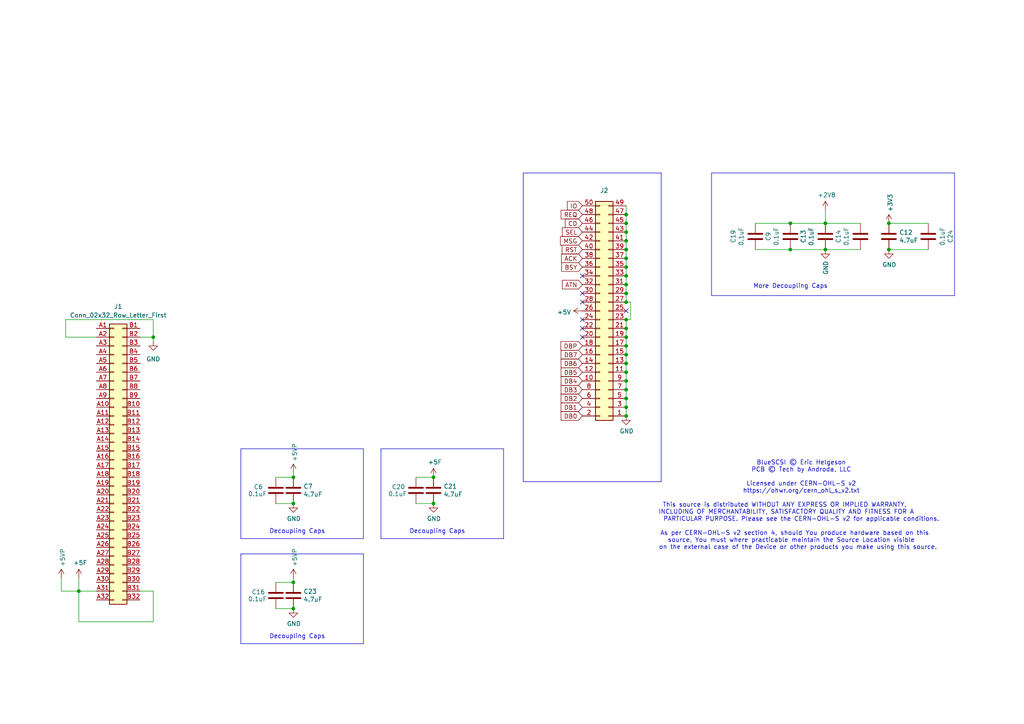
<source format=kicad_sch>
(kicad_sch (version 20231120) (generator "eeschema") (generator_version "8.0")
  (paper "A4")
  (title_block (title "4680-BlueSCSI V2") (date "2024-12-23") (rev "1.01") (company "Tech by Androda, LLC, SweProj.com"))
  (lib_symbols
    (symbol "Connector_Generic:Conn_02x25_Odd_Even" (pin_names (offset 1.016) hide)
      (property "Reference" "J" (at 1.27 33.02 0))
      (property "Value" "Conn_02x25_Odd_Even" (at 1.27 -33.02 0))
      (symbol "Conn_02x25_Odd_Even_1_1"
        (rectangle (start -1.27 -30.353) (end 0 -30.607) (stroke (width 0.1524)))
        (rectangle (start -1.27 -27.813) (end 0 -28.067) (stroke (width 0.1524)))
        (rectangle (start -1.27 -25.273) (end 0 -25.527) (stroke (width 0.1524)))
        (rectangle (start -1.27 -22.733) (end 0 -22.987) (stroke (width 0.1524)))
        (rectangle (start -1.27 -20.193) (end 0 -20.447) (stroke (width 0.1524)))
        (rectangle (start -1.27 -17.653) (end 0 -17.907) (stroke (width 0.1524)))
        (rectangle (start -1.27 -15.113) (end 0 -15.367) (stroke (width 0.1524)))
        (rectangle (start -1.27 -12.573) (end 0 -12.827) (stroke (width 0.1524)))
        (rectangle (start -1.27 -10.033) (end 0 -10.287) (stroke (width 0.1524)))
        (rectangle (start -1.27 -7.493) (end 0 -7.747) (stroke (width 0.1524)))
        (rectangle (start -1.27 -4.953) (end 0 -5.207) (stroke (width 0.1524)))
        (rectangle (start -1.27 -2.413) (end 0 -2.667) (stroke (width 0.1524)))
        (rectangle (start -1.27 0.127) (end 0 -0.127) (stroke (width 0.1524)))
        (rectangle (start -1.27 2.667) (end 0 2.413) (stroke (width 0.1524)))
        (rectangle (start -1.27 5.207) (end 0 4.953) (stroke (width 0.1524)))
        (rectangle (start -1.27 7.747) (end 0 7.493) (stroke (width 0.1524)))
        (rectangle (start -1.27 10.287) (end 0 10.033) (stroke (width 0.1524)))
        (rectangle (start -1.27 12.827) (end 0 12.573) (stroke (width 0.1524)))
        (rectangle (start -1.27 15.367) (end 0 15.113) (stroke (width 0.1524)))
        (rectangle (start -1.27 17.907) (end 0 17.653) (stroke (width 0.1524)))
        (rectangle (start -1.27 20.447) (end 0 20.193) (stroke (width 0.1524)))
        (rectangle (start -1.27 22.987) (end 0 22.733) (stroke (width 0.1524)))
        (rectangle (start -1.27 25.527) (end 0 25.273) (stroke (width 0.1524)))
        (rectangle (start -1.27 28.067) (end 0 27.813) (stroke (width 0.1524)))
        (rectangle (start -1.27 30.607) (end 0 30.353) (stroke (width 0.1524)))
        (rectangle (start -1.27 31.75) (end 3.81 -31.75) (stroke (width 0.254)) (fill (type background)))
        (rectangle (start 3.81 -30.353) (end 2.54 -30.607) (stroke (width 0.1524)))
        (rectangle (start 3.81 -27.813) (end 2.54 -28.067) (stroke (width 0.1524)))
        (rectangle (start 3.81 -25.273) (end 2.54 -25.527) (stroke (width 0.1524)))
        (rectangle (start 3.81 -22.733) (end 2.54 -22.987) (stroke (width 0.1524)))
        (rectangle (start 3.81 -20.193) (end 2.54 -20.447) (stroke (width 0.1524)))
        (rectangle (start 3.81 -17.653) (end 2.54 -17.907) (stroke (width 0.1524)))
        (rectangle (start 3.81 -15.113) (end 2.54 -15.367) (stroke (width 0.1524)))
        (rectangle (start 3.81 -12.573) (end 2.54 -12.827) (stroke (width 0.1524)))
        (rectangle (start 3.81 -10.033) (end 2.54 -10.287) (stroke (width 0.1524)))
        (rectangle (start 3.81 -7.493) (end 2.54 -7.747) (stroke (width 0.1524)))
        (rectangle (start 3.81 -4.953) (end 2.54 -5.207) (stroke (width 0.1524)))
        (rectangle (start 3.81 -2.413) (end 2.54 -2.667) (stroke (width 0.1524)))
        (rectangle (start 3.81 0.127) (end 2.54 -0.127) (stroke (width 0.1524)))
        (rectangle (start 3.81 2.667) (end 2.54 2.413) (stroke (width 0.1524)))
        (rectangle (start 3.81 5.207) (end 2.54 4.953) (stroke (width 0.1524)))
        (rectangle (start 3.81 7.747) (end 2.54 7.493) (stroke (width 0.1524)))
        (rectangle (start 3.81 10.287) (end 2.54 10.033) (stroke (width 0.1524)))
        (rectangle (start 3.81 12.827) (end 2.54 12.573) (stroke (width 0.1524)))
        (rectangle (start 3.81 15.367) (end 2.54 15.113) (stroke (width 0.1524)))
        (rectangle (start 3.81 17.907) (end 2.54 17.653) (stroke (width 0.1524)))
        (rectangle (start 3.81 20.447) (end 2.54 20.193) (stroke (width 0.1524)))
        (rectangle (start 3.81 22.987) (end 2.54 22.733) (stroke (width 0.1524)))
        (rectangle (start 3.81 25.527) (end 2.54 25.273) (stroke (width 0.1524)))
        (rectangle (start 3.81 28.067) (end 2.54 27.813) (stroke (width 0.1524)))
        (rectangle (start 3.81 30.607) (end 2.54 30.353) (stroke (width 0.1524)))
        (pin passive line (at -5.08 30.48 0) (length 3.81) (name "Pin_1") (number "1"))
        (pin passive line (at 7.62 20.32 180) (length 3.81) (name "Pin_10") (number "10"))
        (pin passive line (at -5.08 17.78 0) (length 3.81) (name "Pin_11") (number "11"))
        (pin passive line (at 7.62 17.78 180) (length 3.81) (name "Pin_12") (number "12"))
        (pin passive line (at -5.08 15.24 0) (length 3.81) (name "Pin_13") (number "13"))
        (pin passive line (at 7.62 15.24 180) (length 3.81) (name "Pin_14") (number "14"))
        (pin passive line (at -5.08 12.7 0) (length 3.81) (name "Pin_15") (number "15"))
        (pin passive line (at 7.62 12.7 180) (length 3.81) (name "Pin_16") (number "16"))
        (pin passive line (at -5.08 10.16 0) (length 3.81) (name "Pin_17") (number "17"))
        (pin passive line (at 7.62 10.16 180) (length 3.81) (name "Pin_18") (number "18"))
        (pin passive line (at -5.08 7.62 0) (length 3.81) (name "Pin_19") (number "19"))
        (pin passive line (at 7.62 30.48 180) (length 3.81) (name "Pin_2") (number "2"))
        (pin passive line (at 7.62 7.62 180) (length 3.81) (name "Pin_20") (number "20"))
        (pin passive line (at -5.08 5.08 0) (length 3.81) (name "Pin_21") (number "21"))
        (pin passive line (at 7.62 5.08 180) (length 3.81) (name "Pin_22") (number "22"))
        (pin passive line (at -5.08 2.54 0) (length 3.81) (name "Pin_23") (number "23"))
        (pin passive line (at 7.62 2.54 180) (length 3.81) (name "Pin_24") (number "24"))
        (pin passive line (at -5.08 0 0) (length 3.81) (name "Pin_25") (number "25"))
        (pin passive line (at 7.62 0 180) (length 3.81) (name "Pin_26") (number "26"))
        (pin passive line (at -5.08 -2.54 0) (length 3.81) (name "Pin_27") (number "27"))
        (pin passive line (at 7.62 -2.54 180) (length 3.81) (name "Pin_28") (number "28"))
        (pin passive line (at -5.08 -5.08 0) (length 3.81) (name "Pin_29") (number "29"))
        (pin passive line (at -5.08 27.94 0) (length 3.81) (name "Pin_3") (number "3"))
        (pin passive line (at 7.62 -5.08 180) (length 3.81) (name "Pin_30") (number "30"))
        (pin passive line (at -5.08 -7.62 0) (length 3.81) (name "Pin_31") (number "31"))
        (pin passive line (at 7.62 -7.62 180) (length 3.81) (name "Pin_32") (number "32"))
        (pin passive line (at -5.08 -10.16 0) (length 3.81) (name "Pin_33") (number "33"))
        (pin passive line (at 7.62 -10.16 180) (length 3.81) (name "Pin_34") (number "34"))
        (pin passive line (at -5.08 -12.7 0) (length 3.81) (name "Pin_35") (number "35"))
        (pin passive line (at 7.62 -12.7 180) (length 3.81) (name "Pin_36") (number "36"))
        (pin passive line (at -5.08 -15.24 0) (length 3.81) (name "Pin_37") (number "37"))
        (pin passive line (at 7.62 -15.24 180) (length 3.81) (name "Pin_38") (number "38"))
        (pin passive line (at -5.08 -17.78 0) (length 3.81) (name "Pin_39") (number "39"))
        (pin passive line (at 7.62 27.94 180) (length 3.81) (name "Pin_4") (number "4"))
        (pin passive line (at 7.62 -17.78 180) (length 3.81) (name "Pin_40") (number "40"))
        (pin passive line (at -5.08 -20.32 0) (length 3.81) (name "Pin_41") (number "41"))
        (pin passive line (at 7.62 -20.32 180) (length 3.81) (name "Pin_42") (number "42"))
        (pin passive line (at -5.08 -22.86 0) (length 3.81) (name "Pin_43") (number "43"))
        (pin passive line (at 7.62 -22.86 180) (length 3.81) (name "Pin_44") (number "44"))
        (pin passive line (at -5.08 -25.4 0) (length 3.81) (name "Pin_45") (number "45"))
        (pin passive line (at 7.62 -25.4 180) (length 3.81) (name "Pin_46") (number "46"))
        (pin passive line (at -5.08 -27.94 0) (length 3.81) (name "Pin_47") (number "47"))
        (pin passive line (at 7.62 -27.94 180) (length 3.81) (name "Pin_48") (number "48"))
        (pin passive line (at -5.08 -30.48 0) (length 3.81) (name "Pin_49") (number "49"))
        (pin passive line (at -5.08 25.4 0) (length 3.81) (name "Pin_5") (number "5"))
        (pin passive line (at 7.62 -30.48 180) (length 3.81) (name "Pin_50") (number "50"))
        (pin passive line (at 7.62 25.4 180) (length 3.81) (name "Pin_6") (number "6"))
        (pin passive line (at -5.08 22.86 0) (length 3.81) (name "Pin_7") (number "7"))
        (pin passive line (at 7.62 22.86 180) (length 3.81) (name "Pin_8") (number "8"))
        (pin passive line (at -5.08 20.32 0) (length 3.81) (name "Pin_9") (number "9"))
      )
    )
    (symbol "Connector_Generic:Conn_02x32_Row_Letter_First" (pin_names (offset 1.016) hide)
      (property "Reference" "J1" (at 1.27 44.45 0))
      (property "Value" "Conn_02x32_Row_Letter_First" (at 1.27 41.91 0))
      (symbol "Conn_02x32_Row_Letter_First_1_1"
        (rectangle (start -1.27 -40.513) (end 0 -40.767) (stroke (width 0.1524)))
        (rectangle (start -1.27 -37.973) (end 0 -38.227) (stroke (width 0.1524)))
        (rectangle (start -1.27 -35.433) (end 0 -35.687) (stroke (width 0.1524)))
        (rectangle (start -1.27 -32.893) (end 0 -33.147) (stroke (width 0.1524)))
        (rectangle (start -1.27 -30.353) (end 0 -30.607) (stroke (width 0.1524)))
        (rectangle (start -1.27 -27.813) (end 0 -28.067) (stroke (width 0.1524)))
        (rectangle (start -1.27 -25.273) (end 0 -25.527) (stroke (width 0.1524)))
        (rectangle (start -1.27 -22.733) (end 0 -22.987) (stroke (width 0.1524)))
        (rectangle (start -1.27 -20.193) (end 0 -20.447) (stroke (width 0.1524)))
        (rectangle (start -1.27 -17.653) (end 0 -17.907) (stroke (width 0.1524)))
        (rectangle (start -1.27 -15.113) (end 0 -15.367) (stroke (width 0.1524)))
        (rectangle (start -1.27 -12.573) (end 0 -12.827) (stroke (width 0.1524)))
        (rectangle (start -1.27 -10.033) (end 0 -10.287) (stroke (width 0.1524)))
        (rectangle (start -1.27 -7.493) (end 0 -7.747) (stroke (width 0.1524)))
        (rectangle (start -1.27 -4.953) (end 0 -5.207) (stroke (width 0.1524)))
        (rectangle (start -1.27 -2.413) (end 0 -2.667) (stroke (width 0.1524)))
        (rectangle (start -1.27 0.127) (end 0 -0.127) (stroke (width 0.1524)))
        (rectangle (start -1.27 2.667) (end 0 2.413) (stroke (width 0.1524)))
        (rectangle (start -1.27 5.207) (end 0 4.953) (stroke (width 0.1524)))
        (rectangle (start -1.27 7.747) (end 0 7.493) (stroke (width 0.1524)))
        (rectangle (start -1.27 10.287) (end 0 10.033) (stroke (width 0.1524)))
        (rectangle (start -1.27 12.827) (end 0 12.573) (stroke (width 0.1524)))
        (rectangle (start -1.27 15.367) (end 0 15.113) (stroke (width 0.1524)))
        (rectangle (start -1.27 17.907) (end 0 17.653) (stroke (width 0.1524)))
        (rectangle (start -1.27 20.447) (end 0 20.193) (stroke (width 0.1524)))
        (rectangle (start -1.27 22.987) (end 0 22.733) (stroke (width 0.1524)))
        (rectangle (start -1.27 25.527) (end 0 25.273) (stroke (width 0.1524)))
        (rectangle (start -1.27 28.067) (end 0 27.813) (stroke (width 0.1524)))
        (rectangle (start -1.27 30.607) (end 0 30.353) (stroke (width 0.1524)))
        (rectangle (start -1.27 33.147) (end 0 32.893) (stroke (width 0.1524)))
        (rectangle (start -1.27 35.687) (end 0 35.433) (stroke (width 0.1524)))
        (rectangle (start -1.27 38.227) (end 0 37.973) (stroke (width 0.1524)))
        (rectangle (start -1.27 39.37) (end 3.81 -41.91) (stroke (width 0.254)) (fill (type background)))
        (rectangle (start 3.81 -40.513) (end 2.54 -40.767) (stroke (width 0.1524)))
        (rectangle (start 3.81 -37.973) (end 2.54 -38.227) (stroke (width 0.1524)))
        (rectangle (start 3.81 -35.433) (end 2.54 -35.687) (stroke (width 0.1524)))
        (rectangle (start 3.81 -32.893) (end 2.54 -33.147) (stroke (width 0.1524)))
        (rectangle (start 3.81 -30.353) (end 2.54 -30.607) (stroke (width 0.1524)))
        (rectangle (start 3.81 -27.813) (end 2.54 -28.067) (stroke (width 0.1524)))
        (rectangle (start 3.81 -25.273) (end 2.54 -25.527) (stroke (width 0.1524)))
        (rectangle (start 3.81 -22.733) (end 2.54 -22.987) (stroke (width 0.1524)))
        (rectangle (start 3.81 -20.193) (end 2.54 -20.447) (stroke (width 0.1524)))
        (rectangle (start 3.81 -17.653) (end 2.54 -17.907) (stroke (width 0.1524)))
        (rectangle (start 3.81 -15.113) (end 2.54 -15.367) (stroke (width 0.1524)))
        (rectangle (start 3.81 -12.573) (end 2.54 -12.827) (stroke (width 0.1524)))
        (rectangle (start 3.81 -10.033) (end 2.54 -10.287) (stroke (width 0.1524)))
        (rectangle (start 3.81 -7.493) (end 2.54 -7.747) (stroke (width 0.1524)))
        (rectangle (start 3.81 -4.953) (end 2.54 -5.207) (stroke (width 0.1524)))
        (rectangle (start 3.81 -2.413) (end 2.54 -2.667) (stroke (width 0.1524)))
        (rectangle (start 3.81 0.127) (end 2.54 -0.127) (stroke (width 0.1524)))
        (rectangle (start 3.81 2.667) (end 2.54 2.413) (stroke (width 0.1524)))
        (rectangle (start 3.81 5.207) (end 2.54 4.953) (stroke (width 0.1524)))
        (rectangle (start 3.81 7.747) (end 2.54 7.493) (stroke (width 0.1524)))
        (rectangle (start 3.81 10.287) (end 2.54 10.033) (stroke (width 0.1524)))
        (rectangle (start 3.81 12.827) (end 2.54 12.573) (stroke (width 0.1524)))
        (rectangle (start 3.81 15.367) (end 2.54 15.113) (stroke (width 0.1524)))
        (rectangle (start 3.81 17.907) (end 2.54 17.653) (stroke (width 0.1524)))
        (rectangle (start 3.81 20.447) (end 2.54 20.193) (stroke (width 0.1524)))
        (rectangle (start 3.81 22.987) (end 2.54 22.733) (stroke (width 0.1524)))
        (rectangle (start 3.81 25.527) (end 2.54 25.273) (stroke (width 0.1524)))
        (rectangle (start 3.81 28.067) (end 2.54 27.813) (stroke (width 0.1524)))
        (rectangle (start 3.81 30.607) (end 2.54 30.353) (stroke (width 0.1524)))
        (rectangle (start 3.81 33.147) (end 2.54 32.893) (stroke (width 0.1524)))
        (rectangle (start 3.81 35.687) (end 2.54 35.433) (stroke (width 0.1524)))
        (rectangle (start 3.81 38.227) (end 2.54 37.973) (stroke (width 0.1524)))
        (pin passive line (at -5.08 38.1 0) (length 3.81) (name "Pin_a1") (number "A1"))
        (pin passive line (at -5.08 15.24 0) (length 3.81) (name "Pin_a10") (number "A10"))
        (pin passive line (at -5.08 12.7 0) (length 3.81) (name "Pin_a11") (number "A11"))
        (pin passive line (at -5.08 10.16 0) (length 3.81) (name "Pin_a12") (number "A12"))
        (pin passive line (at -5.08 7.62 0) (length 3.81) (name "Pin_a13") (number "A13"))
        (pin passive line (at -5.08 5.08 0) (length 3.81) (name "Pin_a14") (number "A14"))
        (pin passive line (at -5.08 2.54 0) (length 3.81) (name "Pin_a15") (number "A15"))
        (pin passive line (at -5.08 0 0) (length 3.81) (name "Pin_a16") (number "A16"))
        (pin passive line (at -5.08 -2.54 0) (length 3.81) (name "Pin_a17") (number "A17"))
        (pin passive line (at -5.08 -5.08 0) (length 3.81) (name "Pin_a18") (number "A18"))
        (pin passive line (at -5.08 -7.62 0) (length 3.81) (name "Pin_a19") (number "A19"))
        (pin passive line (at -5.08 35.56 0) (length 3.81) (name "Pin_a2") (number "A2"))
        (pin passive line (at -5.08 -10.16 0) (length 3.81) (name "Pin_a20") (number "A20"))
        (pin passive line (at -5.08 -12.7 0) (length 3.81) (name "Pin_a21") (number "A21"))
        (pin passive line (at -5.08 -15.24 0) (length 3.81) (name "Pin_a22") (number "A22"))
        (pin passive line (at -5.08 -17.78 0) (length 3.81) (name "Pin_a23") (number "A23"))
        (pin passive line (at -5.08 -20.32 0) (length 3.81) (name "Pin_a24") (number "A24"))
        (pin passive line (at -5.08 -22.86 0) (length 3.81) (name "Pin_a25") (number "A25"))
        (pin passive line (at -5.08 -25.4 0) (length 3.81) (name "Pin_a26") (number "A26"))
        (pin passive line (at -5.08 -27.94 0) (length 3.81) (name "Pin_a27") (number "A27"))
        (pin passive line (at -5.08 -30.48 0) (length 3.81) (name "Pin_a28") (number "A28"))
        (pin passive line (at -5.08 -33.02 0) (length 3.81) (name "Pin_a29") (number "A29"))
        (pin passive line (at -5.08 33.02 0) (length 3.81) (name "Pin_a3") (number "A3"))
        (pin passive line (at -5.08 -35.56 0) (length 3.81) (name "Pin_a30") (number "A30"))
        (pin passive line (at -5.08 -38.1 0) (length 3.81) (name "Pin_a31") (number "A31"))
        (pin passive line (at -5.08 -40.64 0) (length 3.81) (name "Pin_a32") (number "A32"))
        (pin passive line (at -5.08 30.48 0) (length 3.81) (name "Pin_a4") (number "A4"))
        (pin passive line (at -5.08 27.94 0) (length 3.81) (name "Pin_a5") (number "A5"))
        (pin passive line (at -5.08 25.4 0) (length 3.81) (name "Pin_a6") (number "A6"))
        (pin passive line (at -5.08 22.86 0) (length 3.81) (name "Pin_a7") (number "A7"))
        (pin passive line (at -5.08 20.32 0) (length 3.81) (name "Pin_a8") (number "A8"))
        (pin passive line (at -5.08 17.78 0) (length 3.81) (name "Pin_a9") (number "A9"))
        (pin passive line (at 7.62 38.1 180) (length 3.81) (name "Pin_b1") (number "B1"))
        (pin passive line (at 7.62 15.24 180) (length 3.81) (name "Pin_b10") (number "B10"))
        (pin passive line (at 7.62 12.7 180) (length 3.81) (name "Pin_b11") (number "B11"))
        (pin passive line (at 7.62 10.16 180) (length 3.81) (name "Pin_b12") (number "B12"))
        (pin passive line (at 7.62 7.62 180) (length 3.81) (name "Pin_b13") (number "B13"))
        (pin passive line (at 7.62 5.08 180) (length 3.81) (name "Pin_b14") (number "B14"))
        (pin passive line (at 7.62 2.54 180) (length 3.81) (name "Pin_b15") (number "B15"))
        (pin passive line (at 7.62 0 180) (length 3.81) (name "Pin_b16") (number "B16"))
        (pin passive line (at 7.62 -2.54 180) (length 3.81) (name "Pin_b17") (number "B17"))
        (pin passive line (at 7.62 -5.08 180) (length 3.81) (name "Pin_b18") (number "B18"))
        (pin passive line (at 7.62 -7.62 180) (length 3.81) (name "Pin_b19") (number "B19"))
        (pin passive line (at 7.62 35.56 180) (length 3.81) (name "Pin_b2") (number "B2"))
        (pin passive line (at 7.62 -10.16 180) (length 3.81) (name "Pin_b20") (number "B20"))
        (pin passive line (at 7.62 -12.7 180) (length 3.81) (name "Pin_b21") (number "B21"))
        (pin passive line (at 7.62 -15.24 180) (length 3.81) (name "Pin_b22") (number "B22"))
        (pin passive line (at 7.62 -17.78 180) (length 3.81) (name "Pin_b23") (number "B23"))
        (pin passive line (at 7.62 -20.32 180) (length 3.81) (name "Pin_b24") (number "B24"))
        (pin passive line (at 7.62 -22.86 180) (length 3.81) (name "Pin_b25") (number "B25"))
        (pin passive line (at 7.62 -25.4 180) (length 3.81) (name "Pin_b26") (number "B26"))
        (pin passive line (at 7.62 -27.94 180) (length 3.81) (name "Pin_b27") (number "B27"))
        (pin passive line (at 7.62 -30.48 180) (length 3.81) (name "Pin_b28") (number "B28"))
        (pin passive line (at 7.62 -33.02 180) (length 3.81) (name "Pin_b29") (number "B29"))
        (pin passive line (at 7.62 33.02 180) (length 3.81) (name "Pin_b3") (number "B3"))
        (pin passive line (at 7.62 -35.56 180) (length 3.81) (name "Pin_b30") (number "B30"))
        (pin passive line (at 7.62 -38.1 180) (length 3.81) (name "Pin_b31") (number "B31"))
        (pin passive line (at 7.62 -40.64 180) (length 3.81) (name "Pin_b32") (number "B32"))
        (pin passive line (at 7.62 30.48 180) (length 3.81) (name "Pin_b4") (number "B4"))
        (pin passive line (at 7.62 27.94 180) (length 3.81) (name "Pin_b5") (number "B5"))
        (pin passive line (at 7.62 25.4 180) (length 3.81) (name "Pin_b6") (number "B6"))
        (pin passive line (at 7.62 22.86 180) (length 3.81) (name "Pin_b7") (number "B7"))
        (pin passive line (at 7.62 20.32 180) (length 3.81) (name "Pin_b8") (number "B8"))
        (pin passive line (at 7.62 17.78 180) (length 3.81) (name "Pin_b9") (number "B9"))
      )
    )
    (symbol "Device:C" (pin_numbers hide) (pin_names (offset 0.254))
      (property "Reference" "C" (at 0.635 2.54 0))
      (property "Value" "C" (at 0.635 -2.54 0))
      (symbol "C_0_1"
        (polyline (pts (xy -2.032 -0.762) (xy 2.032 -0.762)) (stroke (width 0.508)))
        (polyline (pts (xy -2.032 0.762) (xy 2.032 0.762)) (stroke (width 0.508)))
      )
      (symbol "C_1_1"
        (pin passive line (at 0 3.81 270) (length 2.794) (name "~") (number "1"))
        (pin passive line (at 0 -3.81 90) (length 2.794) (name "~") (number "2"))
      )
    )
    (symbol "GND_1" (power) (pin_numbers hide) (pin_names (offset 0) hide)
      (property "Value" "GND" (at 0 -3.81 0))
      (symbol "GND_1_0_1"
        (polyline (pts (xy 0 0) (xy 0 -1.27) (xy 1.27 -1.27) (xy 0 -2.54) (xy -1.27 -1.27) (xy 0 -1.27)))
      )
      (symbol "GND_1_1_1"
        (pin power_in line (at 0 0 270) (length 0) (name "~") (number "1"))
      )
    )
    (symbol "custom_symbols:+5V_TPWR" (power) (pin_names (offset 0))
      (property "Value" "custom_symbols_+5V_TPWR" (at 0 3.556 0))
      (symbol "+5V_TPWR_0_1"
        (polyline (pts (xy -0.762 1.27) (xy 0 2.54)))
        (polyline (pts (xy 0 0) (xy 0 2.54)))
        (polyline (pts (xy 0 2.54) (xy 0.762 1.27)))
      )
      (symbol "+5V_TPWR_1_1"
        (pin power_in line (at 0 0 90) (length 0) hide (name "+5V") (number "1"))
      )
    )
    (symbol "power:+2V8" (power) (pin_names (offset 0))
      (property "Value" "+2V8" (at 0 3.556 0))
      (symbol "+2V8_0_1"
        (polyline (pts (xy -0.762 1.27) (xy 0 2.54)))
        (polyline (pts (xy 0 0) (xy 0 2.54)))
        (polyline (pts (xy 0 2.54) (xy 0.762 1.27)))
      )
      (symbol "+2V8_1_1"
        (pin power_in line (at 0 0 90) (length 0) hide (name "+2V8") (number "1"))
      )
    )
    (symbol "power:+3V3" (power) (pin_names (offset 0))
      (property "Value" "+3V3" (at 0 3.556 0))
      (symbol "+3V3_0_1"
        (polyline (pts (xy -0.762 1.27) (xy 0 2.54)))
        (polyline (pts (xy 0 0) (xy 0 2.54)))
        (polyline (pts (xy 0 2.54) (xy 0.762 1.27)))
      )
      (symbol "+3V3_1_1"
        (pin power_in line (at 0 0 90) (length 0) hide (name "+3V3") (number "1"))
      )
    )
    (symbol "power:+5F" (power) (pin_names (offset 0))
      (property "Value" "+5F" (at 0 3.556 0))
      (symbol "+5F_0_1"
        (polyline (pts (xy -0.762 1.27) (xy 0 2.54)))
        (polyline (pts (xy 0 0) (xy 0 2.54)))
        (polyline (pts (xy 0 2.54) (xy 0.762 1.27)))
      )
      (symbol "+5F_1_1"
        (pin power_in line (at 0 0 90) (length 0) hide (name "+5F") (number "1"))
      )
    )
    (symbol "power:+5VP" (power) (pin_names (offset 0))
      (property "Value" "+5VP" (at 0 3.556 0))
      (symbol "+5VP_0_1"
        (polyline (pts (xy -0.762 1.27) (xy 0 2.54)))
        (polyline (pts (xy 0 0) (xy 0 2.54)))
        (polyline (pts (xy 0 2.54) (xy 0.762 1.27)))
      )
      (symbol "+5VP_1_1"
        (pin power_in line (at 0 0 90) (length 0) hide (name "+5VP") (number "1"))
      )
    )
    (symbol "power:GND" (power) (pin_names (offset 0))
      (property "Value" "GND" (at 0 -3.81 0))
      (symbol "GND_0_1"
        (polyline (pts (xy 0 0) (xy 0 -1.27) (xy 1.27 -1.27) (xy 0 -2.54) (xy -1.27 -1.27) (xy 0 -1.27)))
      )
      (symbol "GND_1_1"
        (pin power_in line (at 0 0 270) (length 0) hide (name "GND") (number "1"))
      )
    )
  )
  (junction (at 181.61 67.31))
  (junction (at 181.61 69.85))
  (junction (at 22.86 171.45))
  (junction (at 181.61 72.39))
  (junction (at 181.61 118.11))
  (junction (at 181.61 95.25))
  (junction (at 239.395 72.39))
  (junction (at 181.61 110.49))
  (junction (at 125.73 146.05))
  (junction (at 85.09 168.91))
  (junction (at 181.61 77.47))
  (junction (at 181.61 113.03))
  (junction (at 181.61 80.01))
  (junction (at 181.61 107.95))
  (junction (at 239.395 64.77))
  (junction (at 181.61 87.63))
  (junction (at 181.61 102.87))
  (junction (at 181.61 120.65))
  (junction (at 85.09 176.53))
  (junction (at 181.61 97.79))
  (junction (at 181.61 100.33))
  (junction (at 181.61 115.57))
  (junction (at 181.61 62.23))
  (junction (at 229.235 72.39))
  (junction (at 125.73 138.43))
  (junction (at 181.61 82.55))
  (junction (at 181.61 74.93))
  (junction (at 257.81 72.39))
  (junction (at 181.61 92.71))
  (junction (at 181.61 64.77))
  (junction (at 85.09 138.43))
  (junction (at 181.61 85.09))
  (junction (at 229.235 64.77))
  (junction (at 85.09 146.05))
  (junction (at 44.45 97.79))
  (junction (at 181.61 105.41))
  (junction (at 257.81 64.77))
  (no_connect (at 181.61 90.17))
  (no_connect (at 168.91 80.01))
  (no_connect (at 168.91 87.63))
  (no_connect (at 168.91 95.25))
  (no_connect (at 168.91 92.71))
  (no_connect (at 168.91 97.79))
  (no_connect (at 168.91 85.09))
  (wire (pts (xy 239.395 72.39) (xy 249.555 72.39)))
  (polyline (pts (xy 111.125 130.175) (xy 110.49 130.175)))
  (polyline (pts (xy 69.85 130.81) (xy 69.85 156.21)))
  (wire (pts (xy 182.88 87.63) (xy 181.61 87.63)))
  (polyline (pts (xy 70.485 160.655) (xy 105.41 160.655)))
  (wire (pts (xy 181.61 107.95) (xy 181.61 105.41)))
  (wire (pts (xy 181.61 80.01) (xy 181.61 77.47)))
  (wire (pts (xy 219.075 72.39) (xy 229.235 72.39)))
  (wire (pts (xy 181.61 62.23) (xy 181.61 59.69)))
  (wire (pts (xy 239.395 64.77) (xy 249.555 64.77)))
  (wire (pts (xy 181.61 110.49) (xy 181.61 107.95)))
  (polyline (pts (xy 110.49 130.175) (xy 110.49 130.81)))
  (wire (pts (xy 85.09 167.64) (xy 85.09 168.91)))
  (polyline (pts (xy 191.77 50.165) (xy 151.765 50.165)))
  (wire (pts (xy 17.78 171.45) (xy 22.86 171.45)))
  (polyline (pts (xy 70.485 130.175) (xy 69.85 130.175)))
  (wire (pts (xy 27.94 171.45) (xy 22.86 171.45)))
  (wire (pts (xy 239.395 60.96) (xy 239.395 64.77)))
  (wire (pts (xy 44.45 97.79) (xy 40.64 97.79)))
  (wire (pts (xy 182.88 92.71) (xy 182.88 87.63)))
  (polyline (pts (xy 111.125 130.175) (xy 146.05 130.175)))
  (wire (pts (xy 229.235 72.39) (xy 239.395 72.39)))
  (polyline (pts (xy 105.41 186.69) (xy 105.41 160.655)))
  (wire (pts (xy 85.09 137.16) (xy 85.09 138.43)))
  (wire (pts (xy 181.61 82.55) (xy 181.61 80.01)))
  (wire (pts (xy 181.61 87.63) (xy 181.61 85.09)))
  (polyline (pts (xy 69.85 160.655) (xy 69.85 161.29)))
  (wire (pts (xy 181.61 72.39) (xy 181.61 69.85)))
  (wire (pts (xy 219.075 64.77) (xy 229.235 64.77)))
  (polyline (pts (xy 105.41 156.21) (xy 105.41 130.175)))
  (wire (pts (xy 44.45 180.34) (xy 44.45 171.45)))
  (wire (pts (xy 257.81 72.39) (xy 269.24 72.39)))
  (wire (pts (xy 229.235 64.77) (xy 239.395 64.77)))
  (polyline (pts (xy 69.85 156.21) (xy 105.41 156.21)))
  (wire (pts (xy 80.01 168.91) (xy 85.09 168.91)))
  (wire (pts (xy 22.86 171.45) (xy 22.86 180.34)))
  (wire (pts (xy 181.61 113.03) (xy 181.61 110.49)))
  (wire (pts (xy 181.61 118.11) (xy 181.61 115.57)))
  (wire (pts (xy 181.61 95.25) (xy 181.61 92.71)))
  (polyline (pts (xy 276.86 50.165) (xy 276.86 85.725)))
  (wire (pts (xy 181.61 92.71) (xy 182.88 92.71)))
  (polyline (pts (xy 69.85 186.69) (xy 105.41 186.69)))
  (wire (pts (xy 19.05 97.79) (xy 19.05 92.71)))
  (polyline (pts (xy 110.49 130.81) (xy 110.49 156.21)))
  (wire (pts (xy 181.61 100.33) (xy 181.61 97.79)))
  (wire (pts (xy 44.45 171.45) (xy 40.64 171.45)))
  (polyline (pts (xy 276.86 85.725) (xy 206.375 85.725)))
  (wire (pts (xy 80.01 176.53) (xy 85.09 176.53)))
  (wire (pts (xy 181.61 69.85) (xy 181.61 67.31)))
  (wire (pts (xy 181.61 85.09) (xy 181.61 82.55)))
  (wire (pts (xy 19.05 92.71) (xy 44.45 92.71)))
  (wire (pts (xy 181.61 67.31) (xy 181.61 64.77)))
  (wire (pts (xy 120.65 138.43) (xy 125.73 138.43)))
  (polyline (pts (xy 110.49 156.21) (xy 146.05 156.21)))
  (wire (pts (xy 181.61 120.65) (xy 181.61 118.11)))
  (wire (pts (xy 181.61 97.79) (xy 181.61 95.25)))
  (wire (pts (xy 181.61 115.57) (xy 181.61 113.03)))
  (wire (pts (xy 80.01 138.43) (xy 85.09 138.43)))
  (wire (pts (xy 120.65 146.05) (xy 125.73 146.05)))
  (wire (pts (xy 181.61 77.47) (xy 181.61 74.93)))
  (polyline (pts (xy 70.485 130.175) (xy 105.41 130.175)))
  (polyline (pts (xy 206.375 50.165) (xy 206.375 85.725)))
  (polyline (pts (xy 151.765 139.7) (xy 191.77 139.7)))
  (polyline (pts (xy 146.05 156.21) (xy 146.05 130.175)))
  (wire (pts (xy 181.61 105.41) (xy 181.61 102.87)))
  (wire (pts (xy 44.45 97.79) (xy 44.45 99.06)))
  (wire (pts (xy 80.01 146.05) (xy 85.09 146.05)))
  (wire (pts (xy 181.61 102.87) (xy 181.61 100.33)))
  (polyline (pts (xy 69.85 161.29) (xy 69.85 186.69)))
  (wire (pts (xy 181.61 64.77) (xy 181.61 62.23)))
  (polyline (pts (xy 151.765 50.165) (xy 151.765 139.7)))
  (polyline (pts (xy 69.85 130.175) (xy 69.85 130.81)))
  (wire (pts (xy 22.86 180.34) (xy 44.45 180.34)))
  (polyline (pts (xy 70.485 160.655) (xy 69.85 160.655)))
  (wire (pts (xy 22.86 167.64) (xy 22.86 171.45)))
  (polyline (pts (xy 191.77 50.165) (xy 191.77 139.7)))
  (wire (pts (xy 257.81 64.77) (xy 269.24 64.77)))
  (wire (pts (xy 181.61 74.93) (xy 181.61 72.39)))
  (wire (pts (xy 44.45 92.71) (xy 44.45 97.79)))
  (polyline (pts (xy 206.375 50.165) (xy 276.86 50.165)))
  (wire (pts (xy 17.78 167.64) (xy 17.78 171.45)))
  (wire (pts (xy 27.94 97.79) (xy 19.05 97.79)))
  (text "Decoupling Caps" (at 78.105 185.42 0) (effects (font (size 1.27 1.27)) (justify left bottom)))
  (text "Decoupling Caps" (at 118.745 154.94 0) (effects (font (size 1.27 1.27)) (justify left bottom)))
  (text "Decoupling Caps" (at 78.105 154.94 0) (effects (font (size 1.27 1.27)) (justify left bottom)))
  (text "More Decoupling Caps" (at 218.44 83.82 0) (effects (font (size 1.27 1.27)) (justify left bottom)))
  (text "BlueSCSI © Eric Helgeson\nPCB © Tech by Androda, LLC\n\nLicensed under CERN-OHL-S v2\nhttps://ohwr.org/cern_ohl_s_v2.txt\n\nThis source is distributed WITHOUT ANY EXPRESS OR IMPLIED WARRANTY,          \nINCLUDING OF MERCHANTABILITY, SATISFACTORY QUALITY AND FITNESS FOR A         \nPARTICULAR PURPOSE. Please see the CERN-OHL-S v2 for applicable conditions.\n\nAs per CERN-OHL-S v2 section 4, should You produce hardware based on this    \nsource, You must where practicable maintain the Source Location visible      \non the external case of the Device or other products you make using this source.  \n" (at 232.41 146.558 0) (effects (font (size 1.27 1.27))))
  (global_label "IO" (shape input) (at 168.91 59.69 180) (property "Intersheetrefs" "${INTERSHEET_REFS}" (effects (hide yes))))
  (global_label "CD" (shape input) (at 168.91 64.77 180) (property "Intersheetrefs" "${INTERSHEET_REFS}" (effects (hide yes))))
  (global_label "DB7" (shape input) (at 168.91 102.87 180) (property "Intersheetrefs" "${INTERSHEET_REFS}" (effects (hide yes))))
  (global_label "DB2" (shape input) (at 168.91 115.57 180) (property "Intersheetrefs" "${INTERSHEET_REFS}" (effects (hide yes))))
  (global_label "ACK" (shape input) (at 168.91 74.93 180) (property "Intersheetrefs" "${INTERSHEET_REFS}" (effects (hide yes))))
  (global_label "SEL" (shape input) (at 168.91 67.31 180) (property "Intersheetrefs" "${INTERSHEET_REFS}" (effects (hide yes))))
  (global_label "DB6" (shape input) (at 168.91 105.41 180) (property "Intersheetrefs" "${INTERSHEET_REFS}" (effects (hide yes))))
  (global_label "MSG" (shape input) (at 168.91 69.85 180) (property "Intersheetrefs" "${INTERSHEET_REFS}" (effects (hide yes))))
  (global_label "BSY" (shape input) (at 168.91 77.47 180) (property "Intersheetrefs" "${INTERSHEET_REFS}" (effects (hide yes))))
  (global_label "DB1" (shape input) (at 168.91 118.11 180) (property "Intersheetrefs" "${INTERSHEET_REFS}" (effects (hide yes))))
  (global_label "DB3" (shape input) (at 168.91 113.03 180) (property "Intersheetrefs" "${INTERSHEET_REFS}" (effects (hide yes))))
  (global_label "ATN" (shape input) (at 168.91 82.55 180) (property "Intersheetrefs" "${INTERSHEET_REFS}" (effects (hide yes))))
  (global_label "DB0" (shape input) (at 168.91 120.65 180) (property "Intersheetrefs" "${INTERSHEET_REFS}" (effects (hide yes))))
  (global_label "DB4" (shape input) (at 168.91 110.49 180) (property "Intersheetrefs" "${INTERSHEET_REFS}" (effects (hide yes))))
  (global_label "DB5" (shape input) (at 168.91 107.95 180) (property "Intersheetrefs" "${INTERSHEET_REFS}" (effects (hide yes))))
  (global_label "RST" (shape input) (at 168.91 72.39 180) (property "Intersheetrefs" "${INTERSHEET_REFS}" (effects (hide yes))))
  (global_label "REQ" (shape input) (at 168.91 62.23 180) (property "Intersheetrefs" "${INTERSHEET_REFS}" (effects (hide yes))))
  (global_label "DBP" (shape input) (at 168.91 100.33 180) (property "Intersheetrefs" "${INTERSHEET_REFS}" (effects (hide yes))))
  (symbol (lib_id "Device:C") (at 80.01 142.24 180) (unit 1)
    (property "Reference" "C6" (at 74.93 141.224 0))
    (property "Value" "0.1uF" (at 74.676 143.256 0))
    (property "Footprint" "Capacitor_SMD:C_0402_1005Metric" (effects (hide yes)))
    (property "LCSC" "C1525" (effects (hide yes)))
  )
  (symbol (lib_id "Device:C") (at 80.01 172.72 180) (unit 1)
    (property "Reference" "C16" (at 74.93 171.704 0))
    (property "Value" "0.1uF" (at 74.676 173.736 0))
    (property "Footprint" "Capacitor_SMD:C_0402_1005Metric" (effects (hide yes)))
    (property "LCSC" "C1525" (effects (hide yes)))
  )
  (symbol (lib_id "Connector_Generic:Conn_02x32_Row_Letter_First") (at 33.02 133.35 0) (unit 1)
    (property "Reference" "J1" (at 34.29 88.9 0))
    (property "Value" "Conn_02x32_Row_Letter_First" (at 34.29 91.44 0))
    (property "Footprint" "BlackSASI:FAB64Q" (effects (hide yes)))
    (property "Description" "Generic connector, double row, 02x32, row letter first pin numbering scheme (pin number consists of a letter for the row and a number for the pin index in this row. a1, ..., aN; b1, ..., bN), script generated (kicad-library-utils/schlib/autogen/connector/)" (effects (hide yes)))
  )
  (symbol (lib_id "power:+5F") (at 125.73 138.43 0) (unit 1)
    (property "Reference" "#PWR070" (effects (hide yes)))
    (property "Value" "+5F" (at 126.111 134.0358 0))
  )
  (symbol (lib_id "power:GND") (at 85.09 146.05 0) (unit 1)
    (property "Reference" "#PWR026" (effects (hide yes)))
    (property "Value" "GND" (at 85.217 150.4442 0))
  )
  (symbol (lib_id "Device:C") (at 85.09 172.72 0) (unit 1)
    (property "Reference" "C23" (at 88.011 171.5516 0) (effects (justify left)))
    (property "Value" "4.7uF" (at 88.011 173.863 0) (effects (justify left)))
    (property "Footprint" "Capacitor_SMD:C_0805_2012Metric" (effects (hide yes)))
    (property "LCSC" "C1779" (effects (hide yes)))
  )
  (symbol (lib_id "power:+5F") (at 22.86 167.64 0) (unit 1)
    (property "Reference" "#PWR018" (effects (hide yes)))
    (property "Value" "+5F" (at 23.241 163.2458 0))
  )
  (symbol (lib_id "power:+3V3") (at 257.81 64.77 0) (unit 1)
    (property "Reference" "#PWR048" (effects (hide yes)))
    (property "Value" "+3V3" (at 258.191 61.5188 90) (effects (justify left)))
  )
  (symbol (lib_id "Connector_Generic:Conn_02x25_Odd_Even") (at 176.53 90.17 180) (unit 1)
    (property "Reference" "J2" (at 175.26 55.245 0))
    (property "Value" "Conn_02x25_Odd_Even" (effects (hide yes)))
    (property "Footprint" "Connector_IDC:IDC-Header_2x25_P2.54mm_Horizontal" (effects (hide yes)))
    (property "LCSC" "C383615" (effects (hide yes)))
  )
  (symbol (lib_name "GND_1") (lib_id "power:GND") (at 44.45 99.06 0) (unit 1)
    (property "Reference" "#PWR027" (effects (hide yes)))
    (property "Value" "GND" (at 44.45 104.14 0))
    (property "Description" "Power symbol creates a global label with name \"GND\" , ground" (effects (hide yes)))
  )
  (symbol (lib_id "Device:C") (at 120.65 142.24 180) (unit 1)
    (property "Reference" "C20" (at 115.57 141.224 0))
    (property "Value" "0.1uF" (at 115.316 143.256 0))
    (property "Footprint" "Capacitor_SMD:C_0402_1005Metric" (effects (hide yes)))
    (property "LCSC" "C1525" (effects (hide yes)))
  )
  (symbol (lib_id "power:+5VP") (at 85.09 137.16 0) (unit 1)
    (property "Reference" "#PWR025" (effects (hide yes)))
    (property "Value" "+5VP" (at 85.471 133.9088 90) (effects (justify left)))
  )
  (symbol (lib_id "power:GND") (at 257.81 72.39 0) (unit 1)
    (property "Reference" "#PWR050" (effects (hide yes)))
    (property "Value" "GND" (at 257.937 76.7842 0))
  )
  (symbol (lib_id "power:GND") (at 85.09 176.53 0) (unit 1)
    (property "Reference" "#PWR046" (effects (hide yes)))
    (property "Value" "GND" (at 85.217 180.9242 0))
  )
  (symbol (lib_id "Device:C") (at 269.24 68.58 0) (unit 1)
    (property "Reference" "C24" (at 275.6408 68.58 90))
    (property "Value" "0.1uF" (at 273.3294 68.58 90))
    (property "Footprint" "Capacitor_SMD:C_0402_1005Metric" (effects (hide yes)))
    (property "LCSC" "C1525" (effects (hide yes)))
  )
  (symbol (lib_id "Device:C") (at 249.555 68.58 180) (unit 1)
    (property "Reference" "C14" (at 243.1542 68.58 90))
    (property "Value" "0.1uF" (at 245.4656 68.58 90))
    (property "Footprint" "Capacitor_SMD:C_0402_1005Metric" (effects (hide yes)))
    (property "LCSC" "C1525" (effects (hide yes)))
  )
  (symbol (lib_id "custom_symbols:+5V_TPWR") (at 168.91 90.17 90) (mirror x) (unit 1)
    (property "Reference" "#PWR0121" (effects (hide yes)))
    (property "Value" "+5V" (at 165.6588 90.551 90) (effects (justify left)))
  )
  (symbol (lib_id "Device:C") (at 229.235 68.58 180) (unit 1)
    (property "Reference" "C9" (at 222.8342 68.58 90))
    (property "Value" "0.1uF" (at 225.1456 68.58 90))
    (property "Footprint" "Capacitor_SMD:C_0402_1005Metric" (effects (hide yes)))
    (property "LCSC" "C1525" (effects (hide yes)))
  )
  (symbol (lib_id "power:GND") (at 239.395 72.39 0) (unit 1)
    (property "Reference" "#PWR056" (effects (hide yes)))
    (property "Value" "GND" (at 239.522 75.6412 90) (effects (justify right)))
  )
  (symbol (lib_id "Device:C") (at 85.09 142.24 0) (unit 1)
    (property "Reference" "C7" (at 88.011 141.0716 0) (effects (justify left)))
    (property "Value" "4.7uF" (at 88.011 143.383 0) (effects (justify left)))
    (property "Footprint" "Capacitor_SMD:C_0805_2012Metric" (effects (hide yes)))
    (property "LCSC" "C1779" (effects (hide yes)))
  )
  (symbol (lib_id "power:GND") (at 125.73 146.05 0) (unit 1)
    (property "Reference" "#PWR071" (effects (hide yes)))
    (property "Value" "GND" (at 125.857 150.4442 0))
  )
  (symbol (lib_id "power:+5VP") (at 85.09 167.64 0) (unit 1)
    (property "Reference" "#PWR043" (effects (hide yes)))
    (property "Value" "+5VP" (at 85.471 164.3888 90) (effects (justify left)))
  )
  (symbol (lib_id "power:+5VP") (at 17.78 167.64 0) (unit 1)
    (property "Reference" "#PWR019" (effects (hide yes)))
    (property "Value" "+5VP" (at 18.161 164.3888 90) (effects (justify left)))
  )
  (symbol (lib_id "Device:C") (at 239.395 68.58 180) (unit 1)
    (property "Reference" "C13" (at 232.9942 68.58 90))
    (property "Value" "0.1uF" (at 235.3056 68.58 90))
    (property "Footprint" "Capacitor_SMD:C_0402_1005Metric" (effects (hide yes)))
    (property "LCSC" "C1525" (effects (hide yes)))
  )
  (symbol (lib_id "power:+2V8") (at 239.395 60.96 0) (unit 1)
    (property "Reference" "#PWR055" (effects (hide yes)))
    (property "Value" "+2V8" (at 239.776 56.5658 0))
  )
  (symbol (lib_id "power:GND") (at 181.61 120.65 0) (unit 1)
    (property "Reference" "#PWR0120" (effects (hide yes)))
    (property "Value" "GND" (at 181.737 125.0442 0))
  )
  (symbol (lib_id "Device:C") (at 125.73 142.24 0) (unit 1)
    (property "Reference" "C21" (at 128.651 141.0716 0) (effects (justify left)))
    (property "Value" "4.7uF" (at 128.651 143.383 0) (effects (justify left)))
    (property "Footprint" "Capacitor_SMD:C_0805_2012Metric" (effects (hide yes)))
    (property "LCSC" "C1779" (effects (hide yes)))
  )
  (symbol (lib_id "Device:C") (at 219.075 68.58 180) (unit 1)
    (property "Reference" "C19" (at 212.6742 68.58 90))
    (property "Value" "0.1uF" (at 214.9856 68.58 90))
    (property "Footprint" "Capacitor_SMD:C_0402_1005Metric" (effects (hide yes)))
    (property "LCSC" "C1525" (effects (hide yes)))
  )
  (symbol (lib_id "Device:C") (at 257.81 68.58 0) (unit 1)
    (property "Reference" "C12" (at 260.8072 67.4116 0) (effects (justify left)))
    (property "Value" "4.7uF" (at 260.8072 69.723 0) (effects (justify left)))
    (property "Footprint" "Capacitor_SMD:C_0805_2012Metric" (effects (hide yes)))
    (property "Description" "Unpolarized capacitor" (effects (hide yes)))
    (property "LCSC" "C1779" (effects (hide yes)))
  )
)
</source>
